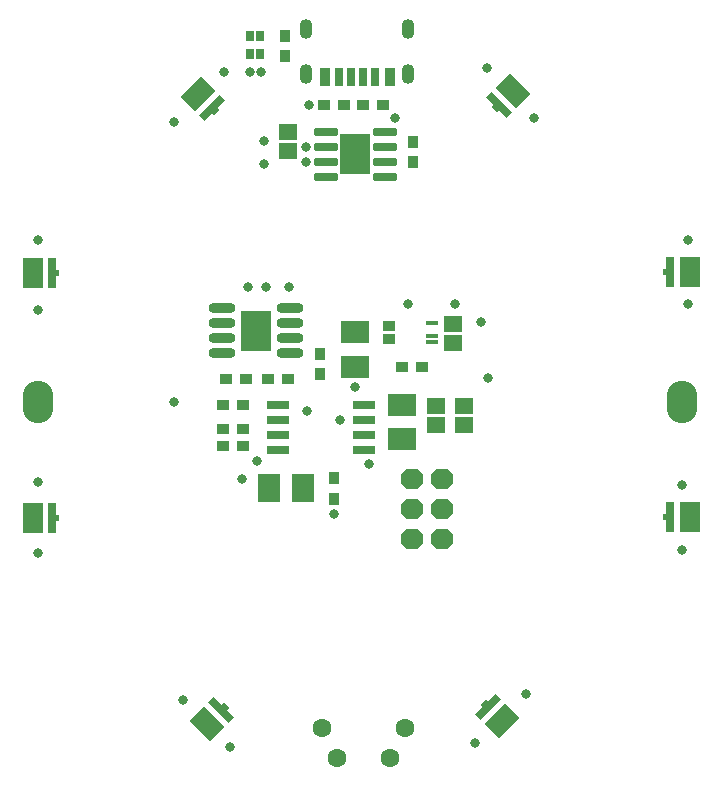
<source format=gts>
G04*
G04 #@! TF.GenerationSoftware,Altium Limited,Altium Designer,19.1.8 (144)*
G04*
G04 Layer_Color=8388736*
%FSLAX25Y25*%
%MOIN*%
G70*
G01*
G75*
%ADD17R,0.07284X0.02953*%
%ADD18R,0.03543X0.03937*%
%ADD19O,0.04331X0.06693*%
%ADD20R,0.03543X0.05906*%
%ADD21R,0.03150X0.05906*%
%ADD22R,0.09894X0.13394*%
G04:AMPARAMS|DCode=23|XSize=81.5mil|YSize=27.56mil|CornerRadius=4.92mil|HoleSize=0mil|Usage=FLASHONLY|Rotation=180.000|XOffset=0mil|YOffset=0mil|HoleType=Round|Shape=RoundedRectangle|*
%AMROUNDEDRECTD23*
21,1,0.08150,0.01772,0,0,180.0*
21,1,0.07165,0.02756,0,0,180.0*
1,1,0.00984,-0.03583,0.00886*
1,1,0.00984,0.03583,0.00886*
1,1,0.00984,0.03583,-0.00886*
1,1,0.00984,-0.03583,-0.00886*
%
%ADD23ROUNDEDRECTD23*%
%ADD24R,0.04331X0.03543*%
%ADD25R,0.04331X0.01575*%
G04:AMPARAMS|DCode=26|XSize=27.56mil|YSize=98.43mil|CornerRadius=0mil|HoleSize=0mil|Usage=FLASHONLY|Rotation=135.000|XOffset=0mil|YOffset=0mil|HoleType=Round|Shape=Rectangle|*
%AMROTATEDRECTD26*
4,1,4,0.04454,0.02506,-0.02506,-0.04454,-0.04454,-0.02506,0.02506,0.04454,0.04454,0.02506,0.0*
%
%ADD26ROTATEDRECTD26*%

G04:AMPARAMS|DCode=27|XSize=66.93mil|YSize=98.43mil|CornerRadius=0mil|HoleSize=0mil|Usage=FLASHONLY|Rotation=315.000|XOffset=0mil|YOffset=0mil|HoleType=Round|Shape=Rectangle|*
%AMROTATEDRECTD27*
4,1,4,-0.05846,-0.01114,0.01114,0.05846,0.05846,0.01114,-0.01114,-0.05846,-0.05846,-0.01114,0.0*
%
%ADD27ROTATEDRECTD27*%

%ADD28R,0.02953X0.03543*%
%ADD29R,0.07480X0.09173*%
%ADD30R,0.05906X0.05512*%
%ADD31R,0.10287X0.13787*%
%ADD32O,0.09055X0.03543*%
%ADD33R,0.09173X0.07480*%
%ADD34R,0.06693X0.09843*%
%ADD35R,0.02756X0.09843*%
G04:AMPARAMS|DCode=36|XSize=27.56mil|YSize=98.43mil|CornerRadius=0mil|HoleSize=0mil|Usage=FLASHONLY|Rotation=225.000|XOffset=0mil|YOffset=0mil|HoleType=Round|Shape=Rectangle|*
%AMROTATEDRECTD36*
4,1,4,-0.02506,0.04454,0.04454,-0.02506,0.02506,-0.04454,-0.04454,0.02506,-0.02506,0.04454,0.0*
%
%ADD36ROTATEDRECTD36*%

G04:AMPARAMS|DCode=37|XSize=66.93mil|YSize=98.43mil|CornerRadius=0mil|HoleSize=0mil|Usage=FLASHONLY|Rotation=45.000|XOffset=0mil|YOffset=0mil|HoleType=Round|Shape=Rectangle|*
%AMROTATEDRECTD37*
4,1,4,0.01114,-0.05846,-0.05846,0.01114,-0.01114,0.05846,0.05846,-0.01114,0.01114,-0.05846,0.0*
%
%ADD37ROTATEDRECTD37*%

%ADD38R,0.03937X0.03543*%
G04:AMPARAMS|DCode=39|XSize=17.72mil|YSize=23.62mil|CornerRadius=0mil|HoleSize=0mil|Usage=FLASHONLY|Rotation=315.000|XOffset=0mil|YOffset=0mil|HoleType=Round|Shape=Rectangle|*
%AMROTATEDRECTD39*
4,1,4,-0.01462,-0.00209,0.00209,0.01462,0.01462,0.00209,-0.00209,-0.01462,-0.01462,-0.00209,0.0*
%
%ADD39ROTATEDRECTD39*%

%ADD40R,0.01772X0.02362*%
G04:AMPARAMS|DCode=41|XSize=17.72mil|YSize=23.62mil|CornerRadius=0mil|HoleSize=0mil|Usage=FLASHONLY|Rotation=45.000|XOffset=0mil|YOffset=0mil|HoleType=Round|Shape=Rectangle|*
%AMROTATEDRECTD41*
4,1,4,0.00209,-0.01462,-0.01462,0.00209,-0.00209,0.01462,0.01462,-0.00209,0.00209,-0.01462,0.0*
%
%ADD41ROTATEDRECTD41*%

G04:AMPARAMS|DCode=42|XSize=102.36mil|YSize=141.73mil|CornerRadius=51.18mil|HoleSize=0mil|Usage=FLASHONLY|Rotation=0.000|XOffset=0mil|YOffset=0mil|HoleType=Round|Shape=RoundedRectangle|*
%AMROUNDEDRECTD42*
21,1,0.10236,0.03937,0,0,0.0*
21,1,0.00000,0.14173,0,0,0.0*
1,1,0.10236,0.00000,-0.01968*
1,1,0.10236,0.00000,-0.01968*
1,1,0.10236,0.00000,0.01968*
1,1,0.10236,0.00000,0.01968*
%
%ADD42ROUNDEDRECTD42*%
G04:AMPARAMS|DCode=43|XSize=63.94mil|YSize=73.94mil|CornerRadius=0mil|HoleSize=0mil|Usage=FLASHONLY|Rotation=270.000|XOffset=0mil|YOffset=0mil|HoleType=Round|Shape=Octagon|*
%AMOCTAGOND43*
4,1,8,0.03697,0.01598,0.03697,-0.01598,0.02098,-0.03197,-0.02098,-0.03197,-0.03697,-0.01598,-0.03697,0.01598,-0.02098,0.03197,0.02098,0.03197,0.03697,0.01598,0.0*
%
%ADD43OCTAGOND43*%

%ADD44C,0.06299*%
%ADD45C,0.03150*%
D17*
X41634Y130785D02*
D03*
Y125785D02*
D03*
Y120785D02*
D03*
Y115785D02*
D03*
X13091D02*
D03*
Y120785D02*
D03*
Y125785D02*
D03*
Y130785D02*
D03*
D18*
X26890Y141142D02*
D03*
Y147835D02*
D03*
X57774Y211795D02*
D03*
Y218488D02*
D03*
X31496Y106422D02*
D03*
Y99730D02*
D03*
X15354Y253937D02*
D03*
Y247244D02*
D03*
D19*
X56378Y256260D02*
D03*
Y241299D02*
D03*
X22362D02*
D03*
Y256260D02*
D03*
X56378D02*
D03*
D20*
X50197Y240158D02*
D03*
X28543D02*
D03*
D21*
X45354D02*
D03*
X41339D02*
D03*
X37402D02*
D03*
X33386D02*
D03*
D22*
X38701Y214426D02*
D03*
D23*
X28957Y206926D02*
D03*
Y211926D02*
D03*
Y216926D02*
D03*
Y221926D02*
D03*
X48445D02*
D03*
Y216926D02*
D03*
Y211926D02*
D03*
Y206926D02*
D03*
D24*
X49985Y152796D02*
D03*
Y157087D02*
D03*
D25*
X64355Y151812D02*
D03*
Y153898D02*
D03*
Y158071D02*
D03*
D26*
X-9186Y229923D02*
D03*
X83005Y30184D02*
D03*
D27*
X-13780Y234517D02*
D03*
X87598Y25591D02*
D03*
D28*
X3543Y253937D02*
D03*
Y248031D02*
D03*
X6890Y253937D02*
D03*
Y248031D02*
D03*
D29*
X9843Y103325D02*
D03*
X21339D02*
D03*
D30*
X74803Y130671D02*
D03*
Y124372D02*
D03*
X71330Y151639D02*
D03*
Y157938D02*
D03*
X16340Y215650D02*
D03*
Y221949D02*
D03*
X65748Y130671D02*
D03*
Y124372D02*
D03*
D31*
X5630Y155709D02*
D03*
D32*
X-5669Y163209D02*
D03*
Y158209D02*
D03*
Y153209D02*
D03*
Y148209D02*
D03*
X16929Y163209D02*
D03*
Y158209D02*
D03*
Y153209D02*
D03*
Y148209D02*
D03*
D33*
X54331Y119525D02*
D03*
Y131021D02*
D03*
X38701Y155157D02*
D03*
Y143661D02*
D03*
D34*
X-68839Y174803D02*
D03*
X-68839Y93248D02*
D03*
X150256Y93642D02*
D03*
X150256Y175197D02*
D03*
D35*
X-62343Y174803D02*
D03*
X-62343Y93248D02*
D03*
X143760Y93642D02*
D03*
X143760Y175197D02*
D03*
D36*
X-6058Y29118D02*
D03*
X86614Y230989D02*
D03*
D37*
X-10652Y24525D02*
D03*
X91208Y235582D02*
D03*
D38*
X9647Y139496D02*
D03*
X16340D02*
D03*
X-4470D02*
D03*
X2222D02*
D03*
X-5341Y130785D02*
D03*
X1352D02*
D03*
X-5315Y117091D02*
D03*
X1378D02*
D03*
X1352Y122982D02*
D03*
X-5341D02*
D03*
X54331Y143701D02*
D03*
X61024D02*
D03*
X28150Y230989D02*
D03*
X34843D02*
D03*
X47835Y230989D02*
D03*
X41142D02*
D03*
D39*
X-8003Y228740D02*
D03*
X81822Y31367D02*
D03*
D40*
X-60669Y174803D02*
D03*
X-60669Y93248D02*
D03*
X142087Y93642D02*
D03*
X142087Y175197D02*
D03*
D41*
X-4875Y30301D02*
D03*
X85431Y229806D02*
D03*
D42*
X147638Y131890D02*
D03*
X-66929D02*
D03*
D43*
X67698Y86360D02*
D03*
X57698D02*
D03*
X67698Y96360D02*
D03*
X57698D02*
D03*
X67698Y106360D02*
D03*
X57698D02*
D03*
D44*
X27559Y23130D02*
D03*
X55118D02*
D03*
X32480Y13287D02*
D03*
X50197D02*
D03*
D45*
X149606Y186024D02*
D03*
Y164608D02*
D03*
X98425Y226716D02*
D03*
X82677Y243110D02*
D03*
X-21654Y225394D02*
D03*
X-4921Y241929D02*
D03*
X95472Y34449D02*
D03*
X78740Y18108D02*
D03*
X147638Y104331D02*
D03*
Y82677D02*
D03*
X-66929Y162402D02*
D03*
Y186024D02*
D03*
Y105315D02*
D03*
Y81693D02*
D03*
X-18701Y32480D02*
D03*
X-2953Y16732D02*
D03*
X23346Y230746D02*
D03*
X71856Y164608D02*
D03*
X56378D02*
D03*
X38701Y136811D02*
D03*
X5906Y112205D02*
D03*
X984Y106299D02*
D03*
X8928Y170276D02*
D03*
X2870D02*
D03*
X82968Y140009D02*
D03*
X52027Y226716D02*
D03*
X8123Y211117D02*
D03*
X80709Y158465D02*
D03*
X31496Y94488D02*
D03*
X8123Y219029D02*
D03*
X-21654Y131890D02*
D03*
X16732Y170276D02*
D03*
X33465Y125785D02*
D03*
X7382Y241929D02*
D03*
X3543Y241929D02*
D03*
X22362Y211926D02*
D03*
Y216784D02*
D03*
X43307Y111221D02*
D03*
X22638Y128737D02*
D03*
M02*

</source>
